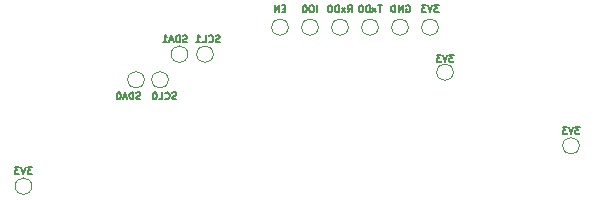
<source format=gbr>
%TF.GenerationSoftware,KiCad,Pcbnew,(6.0.1)*%
%TF.CreationDate,2022-10-22T09:43:17+02:00*%
%TF.ProjectId,so-dimm-esp32-cm,736f2d64-696d-46d2-9d65-737033322d63,rev?*%
%TF.SameCoordinates,Original*%
%TF.FileFunction,Legend,Bot*%
%TF.FilePolarity,Positive*%
%FSLAX46Y46*%
G04 Gerber Fmt 4.6, Leading zero omitted, Abs format (unit mm)*
G04 Created by KiCad (PCBNEW (6.0.1)) date 2022-10-22 09:43:17*
%MOMM*%
%LPD*%
G01*
G04 APERTURE LIST*
%ADD10C,0.150000*%
%ADD11C,0.120000*%
G04 APERTURE END LIST*
D10*
X174986857Y-90603428D02*
X174615428Y-90603428D01*
X174815428Y-90832000D01*
X174729714Y-90832000D01*
X174672571Y-90860571D01*
X174644000Y-90889142D01*
X174615428Y-90946285D01*
X174615428Y-91089142D01*
X174644000Y-91146285D01*
X174672571Y-91174857D01*
X174729714Y-91203428D01*
X174901142Y-91203428D01*
X174958285Y-91174857D01*
X174986857Y-91146285D01*
X174444000Y-90603428D02*
X174244000Y-91203428D01*
X174044000Y-90603428D01*
X173901142Y-90603428D02*
X173529714Y-90603428D01*
X173729714Y-90832000D01*
X173644000Y-90832000D01*
X173586857Y-90860571D01*
X173558285Y-90889142D01*
X173529714Y-90946285D01*
X173529714Y-91089142D01*
X173558285Y-91146285D01*
X173586857Y-91174857D01*
X173644000Y-91203428D01*
X173815428Y-91203428D01*
X173872571Y-91174857D01*
X173901142Y-91146285D01*
X128631857Y-94032428D02*
X128260428Y-94032428D01*
X128460428Y-94261000D01*
X128374714Y-94261000D01*
X128317571Y-94289571D01*
X128289000Y-94318142D01*
X128260428Y-94375285D01*
X128260428Y-94518142D01*
X128289000Y-94575285D01*
X128317571Y-94603857D01*
X128374714Y-94632428D01*
X128546142Y-94632428D01*
X128603285Y-94603857D01*
X128631857Y-94575285D01*
X128089000Y-94032428D02*
X127889000Y-94632428D01*
X127689000Y-94032428D01*
X127546142Y-94032428D02*
X127174714Y-94032428D01*
X127374714Y-94261000D01*
X127289000Y-94261000D01*
X127231857Y-94289571D01*
X127203285Y-94318142D01*
X127174714Y-94375285D01*
X127174714Y-94518142D01*
X127203285Y-94575285D01*
X127231857Y-94603857D01*
X127289000Y-94632428D01*
X127460428Y-94632428D01*
X127517571Y-94603857D01*
X127546142Y-94575285D01*
X164318857Y-84507428D02*
X163947428Y-84507428D01*
X164147428Y-84736000D01*
X164061714Y-84736000D01*
X164004571Y-84764571D01*
X163976000Y-84793142D01*
X163947428Y-84850285D01*
X163947428Y-84993142D01*
X163976000Y-85050285D01*
X164004571Y-85078857D01*
X164061714Y-85107428D01*
X164233142Y-85107428D01*
X164290285Y-85078857D01*
X164318857Y-85050285D01*
X163776000Y-84507428D02*
X163576000Y-85107428D01*
X163376000Y-84507428D01*
X163233142Y-84507428D02*
X162861714Y-84507428D01*
X163061714Y-84736000D01*
X162976000Y-84736000D01*
X162918857Y-84764571D01*
X162890285Y-84793142D01*
X162861714Y-84850285D01*
X162861714Y-84993142D01*
X162890285Y-85050285D01*
X162918857Y-85078857D01*
X162976000Y-85107428D01*
X163147428Y-85107428D01*
X163204571Y-85078857D01*
X163233142Y-85050285D01*
X163048857Y-80316428D02*
X162677428Y-80316428D01*
X162877428Y-80545000D01*
X162791714Y-80545000D01*
X162734571Y-80573571D01*
X162706000Y-80602142D01*
X162677428Y-80659285D01*
X162677428Y-80802142D01*
X162706000Y-80859285D01*
X162734571Y-80887857D01*
X162791714Y-80916428D01*
X162963142Y-80916428D01*
X163020285Y-80887857D01*
X163048857Y-80859285D01*
X162506000Y-80316428D02*
X162306000Y-80916428D01*
X162106000Y-80316428D01*
X161963142Y-80316428D02*
X161591714Y-80316428D01*
X161791714Y-80545000D01*
X161706000Y-80545000D01*
X161648857Y-80573571D01*
X161620285Y-80602142D01*
X161591714Y-80659285D01*
X161591714Y-80802142D01*
X161620285Y-80859285D01*
X161648857Y-80887857D01*
X161706000Y-80916428D01*
X161877428Y-80916428D01*
X161934571Y-80887857D01*
X161963142Y-80859285D01*
X150048857Y-80602142D02*
X149848857Y-80602142D01*
X149763142Y-80916428D02*
X150048857Y-80916428D01*
X150048857Y-80316428D01*
X149763142Y-80316428D01*
X149506000Y-80916428D02*
X149506000Y-80316428D01*
X149163142Y-80916428D01*
X149163142Y-80316428D01*
X160274885Y-80345000D02*
X160332028Y-80316428D01*
X160417743Y-80316428D01*
X160503457Y-80345000D01*
X160560600Y-80402142D01*
X160589171Y-80459285D01*
X160617743Y-80573571D01*
X160617743Y-80659285D01*
X160589171Y-80773571D01*
X160560600Y-80830714D01*
X160503457Y-80887857D01*
X160417743Y-80916428D01*
X160360600Y-80916428D01*
X160274885Y-80887857D01*
X160246314Y-80859285D01*
X160246314Y-80659285D01*
X160360600Y-80659285D01*
X159989171Y-80916428D02*
X159989171Y-80316428D01*
X159646314Y-80916428D01*
X159646314Y-80316428D01*
X159360600Y-80916428D02*
X159360600Y-80316428D01*
X159217743Y-80316428D01*
X159132028Y-80345000D01*
X159074885Y-80402142D01*
X159046314Y-80459285D01*
X159017743Y-80573571D01*
X159017743Y-80659285D01*
X159046314Y-80773571D01*
X159074885Y-80830714D01*
X159132028Y-80887857D01*
X159217743Y-80916428D01*
X159360600Y-80916428D01*
X144510000Y-83427857D02*
X144424285Y-83456428D01*
X144281428Y-83456428D01*
X144224285Y-83427857D01*
X144195714Y-83399285D01*
X144167142Y-83342142D01*
X144167142Y-83285000D01*
X144195714Y-83227857D01*
X144224285Y-83199285D01*
X144281428Y-83170714D01*
X144395714Y-83142142D01*
X144452857Y-83113571D01*
X144481428Y-83085000D01*
X144510000Y-83027857D01*
X144510000Y-82970714D01*
X144481428Y-82913571D01*
X144452857Y-82885000D01*
X144395714Y-82856428D01*
X144252857Y-82856428D01*
X144167142Y-82885000D01*
X143567142Y-83399285D02*
X143595714Y-83427857D01*
X143681428Y-83456428D01*
X143738571Y-83456428D01*
X143824285Y-83427857D01*
X143881428Y-83370714D01*
X143910000Y-83313571D01*
X143938571Y-83199285D01*
X143938571Y-83113571D01*
X143910000Y-82999285D01*
X143881428Y-82942142D01*
X143824285Y-82885000D01*
X143738571Y-82856428D01*
X143681428Y-82856428D01*
X143595714Y-82885000D01*
X143567142Y-82913571D01*
X143024285Y-83456428D02*
X143310000Y-83456428D01*
X143310000Y-82856428D01*
X142510000Y-83456428D02*
X142852857Y-83456428D01*
X142681428Y-83456428D02*
X142681428Y-82856428D01*
X142738571Y-82942142D01*
X142795714Y-82999285D01*
X142852857Y-83027857D01*
X140827000Y-88253857D02*
X140741285Y-88282428D01*
X140598428Y-88282428D01*
X140541285Y-88253857D01*
X140512714Y-88225285D01*
X140484142Y-88168142D01*
X140484142Y-88111000D01*
X140512714Y-88053857D01*
X140541285Y-88025285D01*
X140598428Y-87996714D01*
X140712714Y-87968142D01*
X140769857Y-87939571D01*
X140798428Y-87911000D01*
X140827000Y-87853857D01*
X140827000Y-87796714D01*
X140798428Y-87739571D01*
X140769857Y-87711000D01*
X140712714Y-87682428D01*
X140569857Y-87682428D01*
X140484142Y-87711000D01*
X139884142Y-88225285D02*
X139912714Y-88253857D01*
X139998428Y-88282428D01*
X140055571Y-88282428D01*
X140141285Y-88253857D01*
X140198428Y-88196714D01*
X140227000Y-88139571D01*
X140255571Y-88025285D01*
X140255571Y-87939571D01*
X140227000Y-87825285D01*
X140198428Y-87768142D01*
X140141285Y-87711000D01*
X140055571Y-87682428D01*
X139998428Y-87682428D01*
X139912714Y-87711000D01*
X139884142Y-87739571D01*
X139341285Y-88282428D02*
X139627000Y-88282428D01*
X139627000Y-87682428D01*
X139027000Y-87682428D02*
X138969857Y-87682428D01*
X138912714Y-87711000D01*
X138884142Y-87739571D01*
X138855571Y-87796714D01*
X138827000Y-87911000D01*
X138827000Y-88053857D01*
X138855571Y-88168142D01*
X138884142Y-88225285D01*
X138912714Y-88253857D01*
X138969857Y-88282428D01*
X139027000Y-88282428D01*
X139084142Y-88253857D01*
X139112714Y-88225285D01*
X139141285Y-88168142D01*
X139169857Y-88053857D01*
X139169857Y-87911000D01*
X139141285Y-87796714D01*
X139112714Y-87739571D01*
X139084142Y-87711000D01*
X139027000Y-87682428D01*
X137793285Y-88253857D02*
X137707571Y-88282428D01*
X137564714Y-88282428D01*
X137507571Y-88253857D01*
X137479000Y-88225285D01*
X137450428Y-88168142D01*
X137450428Y-88111000D01*
X137479000Y-88053857D01*
X137507571Y-88025285D01*
X137564714Y-87996714D01*
X137679000Y-87968142D01*
X137736142Y-87939571D01*
X137764714Y-87911000D01*
X137793285Y-87853857D01*
X137793285Y-87796714D01*
X137764714Y-87739571D01*
X137736142Y-87711000D01*
X137679000Y-87682428D01*
X137536142Y-87682428D01*
X137450428Y-87711000D01*
X137193285Y-88282428D02*
X137193285Y-87682428D01*
X137050428Y-87682428D01*
X136964714Y-87711000D01*
X136907571Y-87768142D01*
X136879000Y-87825285D01*
X136850428Y-87939571D01*
X136850428Y-88025285D01*
X136879000Y-88139571D01*
X136907571Y-88196714D01*
X136964714Y-88253857D01*
X137050428Y-88282428D01*
X137193285Y-88282428D01*
X136621857Y-88111000D02*
X136336142Y-88111000D01*
X136679000Y-88282428D02*
X136479000Y-87682428D01*
X136279000Y-88282428D01*
X135964714Y-87682428D02*
X135907571Y-87682428D01*
X135850428Y-87711000D01*
X135821857Y-87739571D01*
X135793285Y-87796714D01*
X135764714Y-87911000D01*
X135764714Y-88053857D01*
X135793285Y-88168142D01*
X135821857Y-88225285D01*
X135850428Y-88253857D01*
X135907571Y-88282428D01*
X135964714Y-88282428D01*
X136021857Y-88253857D01*
X136050428Y-88225285D01*
X136079000Y-88168142D01*
X136107571Y-88053857D01*
X136107571Y-87911000D01*
X136079000Y-87796714D01*
X136050428Y-87739571D01*
X136021857Y-87711000D01*
X135964714Y-87682428D01*
X158226000Y-80316428D02*
X157883142Y-80316428D01*
X158054571Y-80916428D02*
X158054571Y-80316428D01*
X157740285Y-80916428D02*
X157426000Y-80516428D01*
X157740285Y-80516428D02*
X157426000Y-80916428D01*
X157197428Y-80916428D02*
X157197428Y-80316428D01*
X157054571Y-80316428D01*
X156968857Y-80345000D01*
X156911714Y-80402142D01*
X156883142Y-80459285D01*
X156854571Y-80573571D01*
X156854571Y-80659285D01*
X156883142Y-80773571D01*
X156911714Y-80830714D01*
X156968857Y-80887857D01*
X157054571Y-80916428D01*
X157197428Y-80916428D01*
X156483142Y-80316428D02*
X156426000Y-80316428D01*
X156368857Y-80345000D01*
X156340285Y-80373571D01*
X156311714Y-80430714D01*
X156283142Y-80545000D01*
X156283142Y-80687857D01*
X156311714Y-80802142D01*
X156340285Y-80859285D01*
X156368857Y-80887857D01*
X156426000Y-80916428D01*
X156483142Y-80916428D01*
X156540285Y-80887857D01*
X156568857Y-80859285D01*
X156597428Y-80802142D01*
X156626000Y-80687857D01*
X156626000Y-80545000D01*
X156597428Y-80430714D01*
X156568857Y-80373571D01*
X156540285Y-80345000D01*
X156483142Y-80316428D01*
X152746000Y-80916428D02*
X152746000Y-80316428D01*
X152346000Y-80316428D02*
X152231714Y-80316428D01*
X152174571Y-80345000D01*
X152117428Y-80402142D01*
X152088857Y-80516428D01*
X152088857Y-80716428D01*
X152117428Y-80830714D01*
X152174571Y-80887857D01*
X152231714Y-80916428D01*
X152346000Y-80916428D01*
X152403142Y-80887857D01*
X152460285Y-80830714D01*
X152488857Y-80716428D01*
X152488857Y-80516428D01*
X152460285Y-80402142D01*
X152403142Y-80345000D01*
X152346000Y-80316428D01*
X151717428Y-80316428D02*
X151660285Y-80316428D01*
X151603142Y-80345000D01*
X151574571Y-80373571D01*
X151546000Y-80430714D01*
X151517428Y-80545000D01*
X151517428Y-80687857D01*
X151546000Y-80802142D01*
X151574571Y-80859285D01*
X151603142Y-80887857D01*
X151660285Y-80916428D01*
X151717428Y-80916428D01*
X151774571Y-80887857D01*
X151803142Y-80859285D01*
X151831714Y-80802142D01*
X151860285Y-80687857D01*
X151860285Y-80545000D01*
X151831714Y-80430714D01*
X151803142Y-80373571D01*
X151774571Y-80345000D01*
X151717428Y-80316428D01*
X141730285Y-83427857D02*
X141644571Y-83456428D01*
X141501714Y-83456428D01*
X141444571Y-83427857D01*
X141416000Y-83399285D01*
X141387428Y-83342142D01*
X141387428Y-83285000D01*
X141416000Y-83227857D01*
X141444571Y-83199285D01*
X141501714Y-83170714D01*
X141616000Y-83142142D01*
X141673142Y-83113571D01*
X141701714Y-83085000D01*
X141730285Y-83027857D01*
X141730285Y-82970714D01*
X141701714Y-82913571D01*
X141673142Y-82885000D01*
X141616000Y-82856428D01*
X141473142Y-82856428D01*
X141387428Y-82885000D01*
X141130285Y-83456428D02*
X141130285Y-82856428D01*
X140987428Y-82856428D01*
X140901714Y-82885000D01*
X140844571Y-82942142D01*
X140816000Y-82999285D01*
X140787428Y-83113571D01*
X140787428Y-83199285D01*
X140816000Y-83313571D01*
X140844571Y-83370714D01*
X140901714Y-83427857D01*
X140987428Y-83456428D01*
X141130285Y-83456428D01*
X140558857Y-83285000D02*
X140273142Y-83285000D01*
X140616000Y-83456428D02*
X140416000Y-82856428D01*
X140216000Y-83456428D01*
X139701714Y-83456428D02*
X140044571Y-83456428D01*
X139873142Y-83456428D02*
X139873142Y-82856428D01*
X139930285Y-82942142D01*
X139987428Y-82999285D01*
X140044571Y-83027857D01*
X155328857Y-80916428D02*
X155528857Y-80630714D01*
X155671714Y-80916428D02*
X155671714Y-80316428D01*
X155443142Y-80316428D01*
X155386000Y-80345000D01*
X155357428Y-80373571D01*
X155328857Y-80430714D01*
X155328857Y-80516428D01*
X155357428Y-80573571D01*
X155386000Y-80602142D01*
X155443142Y-80630714D01*
X155671714Y-80630714D01*
X155128857Y-80916428D02*
X154814571Y-80516428D01*
X155128857Y-80516428D02*
X154814571Y-80916428D01*
X154586000Y-80916428D02*
X154586000Y-80316428D01*
X154443142Y-80316428D01*
X154357428Y-80345000D01*
X154300285Y-80402142D01*
X154271714Y-80459285D01*
X154243142Y-80573571D01*
X154243142Y-80659285D01*
X154271714Y-80773571D01*
X154300285Y-80830714D01*
X154357428Y-80887857D01*
X154443142Y-80916428D01*
X154586000Y-80916428D01*
X153871714Y-80316428D02*
X153814571Y-80316428D01*
X153757428Y-80345000D01*
X153728857Y-80373571D01*
X153700285Y-80430714D01*
X153671714Y-80545000D01*
X153671714Y-80687857D01*
X153700285Y-80802142D01*
X153728857Y-80859285D01*
X153757428Y-80887857D01*
X153814571Y-80916428D01*
X153871714Y-80916428D01*
X153928857Y-80887857D01*
X153957428Y-80859285D01*
X153986000Y-80802142D01*
X154014571Y-80687857D01*
X154014571Y-80545000D01*
X153986000Y-80430714D01*
X153957428Y-80373571D01*
X153928857Y-80345000D01*
X153871714Y-80316428D01*
D11*
%TO.C,TP4*%
X157926000Y-82169000D02*
G75*
G03*
X157926000Y-82169000I-700000J0D01*
G01*
%TO.C,TP10*%
X138114000Y-86614000D02*
G75*
G03*
X138114000Y-86614000I-700000J0D01*
G01*
%TO.C,TP2*%
X152846000Y-82169000D02*
G75*
G03*
X152846000Y-82169000I-700000J0D01*
G01*
%TO.C,TP13*%
X143956000Y-84455000D02*
G75*
G03*
X143956000Y-84455000I-700000J0D01*
G01*
%TO.C,TP8*%
X128589000Y-95631000D02*
G75*
G03*
X128589000Y-95631000I-700000J0D01*
G01*
%TO.C,TP11*%
X140146000Y-86614000D02*
G75*
G03*
X140146000Y-86614000I-700000J0D01*
G01*
%TO.C,TP6*%
X160466000Y-82169000D02*
G75*
G03*
X160466000Y-82169000I-700000J0D01*
G01*
%TO.C,TP9*%
X174944000Y-92202000D02*
G75*
G03*
X174944000Y-92202000I-700000J0D01*
G01*
%TO.C,TP3*%
X155386000Y-82169000D02*
G75*
G03*
X155386000Y-82169000I-700000J0D01*
G01*
%TO.C,TP5*%
X163006000Y-82169000D02*
G75*
G03*
X163006000Y-82169000I-700000J0D01*
G01*
%TO.C,TP1*%
X150306000Y-82169000D02*
G75*
G03*
X150306000Y-82169000I-700000J0D01*
G01*
%TO.C,TP12*%
X141797000Y-84455000D02*
G75*
G03*
X141797000Y-84455000I-700000J0D01*
G01*
%TO.C,TP7*%
X164276000Y-85979000D02*
G75*
G03*
X164276000Y-85979000I-700000J0D01*
G01*
%TD*%
M02*

</source>
